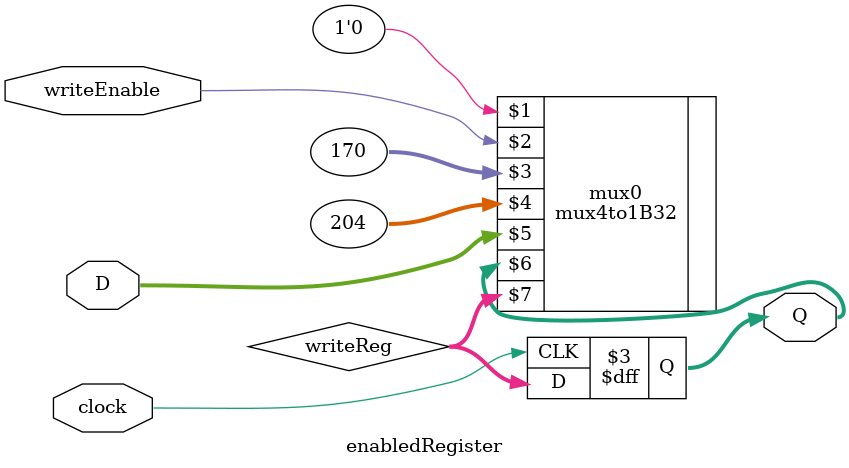
<source format=sv>
module enabledRegister(input logic [31:0] D, output logic [31:0] Q, 
	input logic clock, input logic writeEnable);
	
   // This initializes the register to 0.  This is cheating - it doesn't turn into hardware and would not
   // work in hardware, but it simplifies simulation
   
   initial
     begin
     Q = 32'b0;
     end
	
   logic [31:0]     writeReg;//what gets outputted by the mux
    
// the always clause that follows happens on the positve edge of the clock

   //this will only ever choose between D and Q, D when writeEnable=1
   mux4to1B32 mux0(1'b0,writeEnable,32'b10101010,32'b11001100,D,Q,writeReg);

   always @ (posedge clock)
     begin
	Q = writeReg;
     end

	
   
endmodule
</source>
